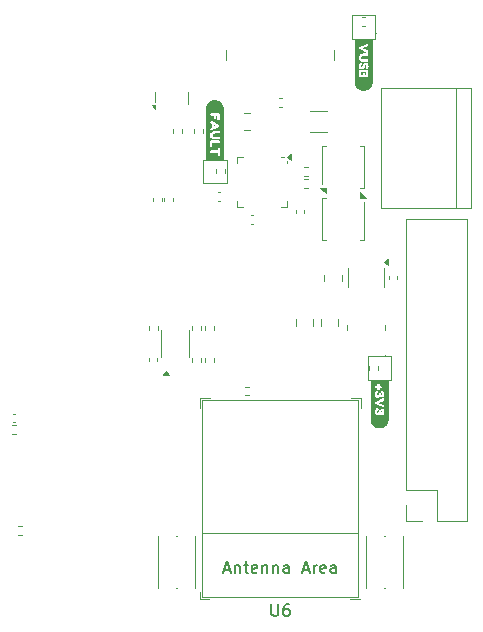
<source format=gbr>
%TF.GenerationSoftware,KiCad,Pcbnew,8.0.6*%
%TF.CreationDate,2024-11-24T22:42:30+01:00*%
%TF.ProjectId,ecad,65636164-2e6b-4696-9361-645f70636258,rev?*%
%TF.SameCoordinates,Original*%
%TF.FileFunction,Legend,Top*%
%TF.FilePolarity,Positive*%
%FSLAX46Y46*%
G04 Gerber Fmt 4.6, Leading zero omitted, Abs format (unit mm)*
G04 Created by KiCad (PCBNEW 8.0.6) date 2024-11-24 22:42:30*
%MOMM*%
%LPD*%
G01*
G04 APERTURE LIST*
%ADD10C,0.100000*%
%ADD11C,0.150000*%
%ADD12C,0.000000*%
%ADD13C,0.120000*%
G04 APERTURE END LIST*
D10*
X112000000Y-176125000D02*
X113900000Y-176125000D01*
X113900000Y-178125000D01*
X112000000Y-178125000D01*
X112000000Y-176125000D01*
X98000000Y-159525000D02*
X100000000Y-159525000D01*
X100000000Y-161425000D01*
X98000000Y-161425000D01*
X98000000Y-159525000D01*
X110650000Y-147275000D02*
X112550000Y-147275000D01*
X112550000Y-149275000D01*
X110650000Y-149275000D01*
X110650000Y-147275000D01*
D11*
X103788095Y-197129819D02*
X103788095Y-197939342D01*
X103788095Y-197939342D02*
X103835714Y-198034580D01*
X103835714Y-198034580D02*
X103883333Y-198082200D01*
X103883333Y-198082200D02*
X103978571Y-198129819D01*
X103978571Y-198129819D02*
X104169047Y-198129819D01*
X104169047Y-198129819D02*
X104264285Y-198082200D01*
X104264285Y-198082200D02*
X104311904Y-198034580D01*
X104311904Y-198034580D02*
X104359523Y-197939342D01*
X104359523Y-197939342D02*
X104359523Y-197129819D01*
X105264285Y-197129819D02*
X105073809Y-197129819D01*
X105073809Y-197129819D02*
X104978571Y-197177438D01*
X104978571Y-197177438D02*
X104930952Y-197225057D01*
X104930952Y-197225057D02*
X104835714Y-197367914D01*
X104835714Y-197367914D02*
X104788095Y-197558390D01*
X104788095Y-197558390D02*
X104788095Y-197939342D01*
X104788095Y-197939342D02*
X104835714Y-198034580D01*
X104835714Y-198034580D02*
X104883333Y-198082200D01*
X104883333Y-198082200D02*
X104978571Y-198129819D01*
X104978571Y-198129819D02*
X105169047Y-198129819D01*
X105169047Y-198129819D02*
X105264285Y-198082200D01*
X105264285Y-198082200D02*
X105311904Y-198034580D01*
X105311904Y-198034580D02*
X105359523Y-197939342D01*
X105359523Y-197939342D02*
X105359523Y-197701247D01*
X105359523Y-197701247D02*
X105311904Y-197606009D01*
X105311904Y-197606009D02*
X105264285Y-197558390D01*
X105264285Y-197558390D02*
X105169047Y-197510771D01*
X105169047Y-197510771D02*
X104978571Y-197510771D01*
X104978571Y-197510771D02*
X104883333Y-197558390D01*
X104883333Y-197558390D02*
X104835714Y-197606009D01*
X104835714Y-197606009D02*
X104788095Y-197701247D01*
X99788094Y-194194104D02*
X100264284Y-194194104D01*
X99692856Y-194479819D02*
X100026189Y-193479819D01*
X100026189Y-193479819D02*
X100359522Y-194479819D01*
X100692856Y-193813152D02*
X100692856Y-194479819D01*
X100692856Y-193908390D02*
X100740475Y-193860771D01*
X100740475Y-193860771D02*
X100835713Y-193813152D01*
X100835713Y-193813152D02*
X100978570Y-193813152D01*
X100978570Y-193813152D02*
X101073808Y-193860771D01*
X101073808Y-193860771D02*
X101121427Y-193956009D01*
X101121427Y-193956009D02*
X101121427Y-194479819D01*
X101454761Y-193813152D02*
X101835713Y-193813152D01*
X101597618Y-193479819D02*
X101597618Y-194336961D01*
X101597618Y-194336961D02*
X101645237Y-194432200D01*
X101645237Y-194432200D02*
X101740475Y-194479819D01*
X101740475Y-194479819D02*
X101835713Y-194479819D01*
X102549999Y-194432200D02*
X102454761Y-194479819D01*
X102454761Y-194479819D02*
X102264285Y-194479819D01*
X102264285Y-194479819D02*
X102169047Y-194432200D01*
X102169047Y-194432200D02*
X102121428Y-194336961D01*
X102121428Y-194336961D02*
X102121428Y-193956009D01*
X102121428Y-193956009D02*
X102169047Y-193860771D01*
X102169047Y-193860771D02*
X102264285Y-193813152D01*
X102264285Y-193813152D02*
X102454761Y-193813152D01*
X102454761Y-193813152D02*
X102549999Y-193860771D01*
X102549999Y-193860771D02*
X102597618Y-193956009D01*
X102597618Y-193956009D02*
X102597618Y-194051247D01*
X102597618Y-194051247D02*
X102121428Y-194146485D01*
X103026190Y-193813152D02*
X103026190Y-194479819D01*
X103026190Y-193908390D02*
X103073809Y-193860771D01*
X103073809Y-193860771D02*
X103169047Y-193813152D01*
X103169047Y-193813152D02*
X103311904Y-193813152D01*
X103311904Y-193813152D02*
X103407142Y-193860771D01*
X103407142Y-193860771D02*
X103454761Y-193956009D01*
X103454761Y-193956009D02*
X103454761Y-194479819D01*
X103930952Y-193813152D02*
X103930952Y-194479819D01*
X103930952Y-193908390D02*
X103978571Y-193860771D01*
X103978571Y-193860771D02*
X104073809Y-193813152D01*
X104073809Y-193813152D02*
X104216666Y-193813152D01*
X104216666Y-193813152D02*
X104311904Y-193860771D01*
X104311904Y-193860771D02*
X104359523Y-193956009D01*
X104359523Y-193956009D02*
X104359523Y-194479819D01*
X105264285Y-194479819D02*
X105264285Y-193956009D01*
X105264285Y-193956009D02*
X105216666Y-193860771D01*
X105216666Y-193860771D02*
X105121428Y-193813152D01*
X105121428Y-193813152D02*
X104930952Y-193813152D01*
X104930952Y-193813152D02*
X104835714Y-193860771D01*
X105264285Y-194432200D02*
X105169047Y-194479819D01*
X105169047Y-194479819D02*
X104930952Y-194479819D01*
X104930952Y-194479819D02*
X104835714Y-194432200D01*
X104835714Y-194432200D02*
X104788095Y-194336961D01*
X104788095Y-194336961D02*
X104788095Y-194241723D01*
X104788095Y-194241723D02*
X104835714Y-194146485D01*
X104835714Y-194146485D02*
X104930952Y-194098866D01*
X104930952Y-194098866D02*
X105169047Y-194098866D01*
X105169047Y-194098866D02*
X105264285Y-194051247D01*
X106454762Y-194194104D02*
X106930952Y-194194104D01*
X106359524Y-194479819D02*
X106692857Y-193479819D01*
X106692857Y-193479819D02*
X107026190Y-194479819D01*
X107359524Y-194479819D02*
X107359524Y-193813152D01*
X107359524Y-194003628D02*
X107407143Y-193908390D01*
X107407143Y-193908390D02*
X107454762Y-193860771D01*
X107454762Y-193860771D02*
X107550000Y-193813152D01*
X107550000Y-193813152D02*
X107645238Y-193813152D01*
X108359524Y-194432200D02*
X108264286Y-194479819D01*
X108264286Y-194479819D02*
X108073810Y-194479819D01*
X108073810Y-194479819D02*
X107978572Y-194432200D01*
X107978572Y-194432200D02*
X107930953Y-194336961D01*
X107930953Y-194336961D02*
X107930953Y-193956009D01*
X107930953Y-193956009D02*
X107978572Y-193860771D01*
X107978572Y-193860771D02*
X108073810Y-193813152D01*
X108073810Y-193813152D02*
X108264286Y-193813152D01*
X108264286Y-193813152D02*
X108359524Y-193860771D01*
X108359524Y-193860771D02*
X108407143Y-193956009D01*
X108407143Y-193956009D02*
X108407143Y-194051247D01*
X108407143Y-194051247D02*
X107930953Y-194146485D01*
X109264286Y-194479819D02*
X109264286Y-193956009D01*
X109264286Y-193956009D02*
X109216667Y-193860771D01*
X109216667Y-193860771D02*
X109121429Y-193813152D01*
X109121429Y-193813152D02*
X108930953Y-193813152D01*
X108930953Y-193813152D02*
X108835715Y-193860771D01*
X109264286Y-194432200D02*
X109169048Y-194479819D01*
X109169048Y-194479819D02*
X108930953Y-194479819D01*
X108930953Y-194479819D02*
X108835715Y-194432200D01*
X108835715Y-194432200D02*
X108788096Y-194336961D01*
X108788096Y-194336961D02*
X108788096Y-194241723D01*
X108788096Y-194241723D02*
X108835715Y-194146485D01*
X108835715Y-194146485D02*
X108930953Y-194098866D01*
X108930953Y-194098866D02*
X109169048Y-194098866D01*
X109169048Y-194098866D02*
X109264286Y-194051247D01*
D12*
%TO.C,kibuzzard-67439BF2*%
G36*
X113718336Y-178463221D02*
G01*
X113718336Y-181118443D01*
X113718336Y-181471328D01*
X113714636Y-181546638D01*
X113703572Y-181621223D01*
X113685251Y-181694364D01*
X113659850Y-181765357D01*
X113627612Y-181833519D01*
X113588848Y-181898193D01*
X113543932Y-181958755D01*
X113493295Y-182014623D01*
X113437427Y-182065260D01*
X113376864Y-182110176D01*
X113312191Y-182148940D01*
X113244029Y-182181178D01*
X113173036Y-182206580D01*
X113099895Y-182224900D01*
X113025310Y-182235964D01*
X112950000Y-182239664D01*
X112874690Y-182235964D01*
X112800105Y-182224900D01*
X112726964Y-182206580D01*
X112655971Y-182181178D01*
X112587809Y-182148940D01*
X112523136Y-182110176D01*
X112462573Y-182065260D01*
X112406705Y-182014623D01*
X112356068Y-181958755D01*
X112311152Y-181898193D01*
X112272388Y-181833519D01*
X112240150Y-181765357D01*
X112214749Y-181694364D01*
X112196428Y-181621223D01*
X112185364Y-181546638D01*
X112181664Y-181471328D01*
X112181664Y-181118443D01*
X112181664Y-180809430D01*
X112534549Y-180809430D01*
X112543133Y-180893550D01*
X112568884Y-180967370D01*
X112611803Y-181030889D01*
X112667819Y-181079530D01*
X112732864Y-181108715D01*
X112806938Y-181118443D01*
X112861874Y-181110718D01*
X112907654Y-181087542D01*
X112969456Y-181023450D01*
X113026395Y-181082678D01*
X113110229Y-181102420D01*
X113171650Y-181093582D01*
X113229256Y-181067068D01*
X113283047Y-181022878D01*
X113326284Y-180963809D01*
X113352225Y-180892660D01*
X113360873Y-180809430D01*
X113355722Y-180745911D01*
X113341989Y-180693264D01*
X113321960Y-180650918D01*
X113298498Y-180617155D01*
X113273891Y-180591977D01*
X113251001Y-180573665D01*
X113232117Y-180562220D01*
X113219528Y-180555925D01*
X113215522Y-180554208D01*
X113136552Y-180537613D01*
X113073605Y-180594266D01*
X113053131Y-180655560D01*
X113066484Y-180703628D01*
X113113662Y-180738472D01*
X113147997Y-180771662D01*
X113159442Y-180820875D01*
X113145136Y-180872949D01*
X113105651Y-180891834D01*
X113076466Y-180875238D01*
X113069027Y-180822020D01*
X113069027Y-180814008D01*
X113067310Y-180777384D01*
X113057582Y-180748200D01*
X113027825Y-180724165D01*
X112970601Y-180716726D01*
X112920243Y-180723593D01*
X112890486Y-180737327D01*
X112876180Y-180763078D01*
X112871030Y-180789402D01*
X112871030Y-180820875D01*
X112854435Y-180886970D01*
X112804649Y-180909001D01*
X112757153Y-180882105D01*
X112739413Y-180810575D01*
X112745708Y-180769945D01*
X112759442Y-180742477D01*
X112776609Y-180725310D01*
X112790343Y-180716726D01*
X112796638Y-180714437D01*
X112850429Y-180681247D01*
X112863019Y-180618300D01*
X112844993Y-180532463D01*
X112790916Y-180503851D01*
X112725743Y-180514024D01*
X112666039Y-180544544D01*
X112611803Y-180595410D01*
X112568884Y-180659883D01*
X112543133Y-180731223D01*
X112534549Y-180809430D01*
X112181664Y-180809430D01*
X112181664Y-180073522D01*
X112549428Y-180073522D01*
X112564878Y-180132463D01*
X112606652Y-180171948D01*
X113202933Y-180443193D01*
X113281903Y-180456354D01*
X113336838Y-180390546D01*
X113353433Y-180305854D01*
X113288770Y-180252062D01*
X112843562Y-180071233D01*
X113288770Y-179890403D01*
X113354006Y-179837756D01*
X113336838Y-179751919D01*
X113282475Y-179687828D01*
X113202933Y-179699273D01*
X112606652Y-179970517D01*
X112563734Y-180009430D01*
X112549428Y-180073522D01*
X112181664Y-180073522D01*
X112181664Y-179329602D01*
X112534549Y-179329602D01*
X112543133Y-179413722D01*
X112568884Y-179487542D01*
X112611803Y-179551061D01*
X112667819Y-179599702D01*
X112732864Y-179628887D01*
X112806938Y-179638615D01*
X112861874Y-179630889D01*
X112907654Y-179607713D01*
X112969456Y-179543622D01*
X113026395Y-179602849D01*
X113110229Y-179622592D01*
X113171650Y-179613754D01*
X113229256Y-179587240D01*
X113283047Y-179543050D01*
X113326284Y-179483981D01*
X113352225Y-179412832D01*
X113360873Y-179329602D01*
X113355722Y-179266083D01*
X113341989Y-179213436D01*
X113321960Y-179171090D01*
X113298498Y-179137327D01*
X113273891Y-179112148D01*
X113251001Y-179093836D01*
X113232117Y-179082392D01*
X113219528Y-179076097D01*
X113215522Y-179074380D01*
X113136552Y-179057785D01*
X113073605Y-179114437D01*
X113053131Y-179175731D01*
X113066484Y-179223800D01*
X113113662Y-179258643D01*
X113147997Y-179291834D01*
X113159442Y-179341047D01*
X113145136Y-179393121D01*
X113105651Y-179412005D01*
X113076466Y-179395410D01*
X113069027Y-179342191D01*
X113069027Y-179334180D01*
X113067310Y-179297556D01*
X113057582Y-179268372D01*
X113027825Y-179244337D01*
X112970601Y-179236898D01*
X112920243Y-179243765D01*
X112890486Y-179257499D01*
X112876180Y-179283250D01*
X112871030Y-179309573D01*
X112871030Y-179341047D01*
X112854435Y-179407141D01*
X112804649Y-179429173D01*
X112757153Y-179402277D01*
X112739413Y-179330746D01*
X112745708Y-179290117D01*
X112759442Y-179262649D01*
X112776609Y-179245482D01*
X112790343Y-179236898D01*
X112796638Y-179234609D01*
X112850429Y-179201419D01*
X112863019Y-179138472D01*
X112844993Y-179052635D01*
X112790916Y-179024022D01*
X112725743Y-179034196D01*
X112666039Y-179064715D01*
X112611803Y-179115582D01*
X112568884Y-179180055D01*
X112543133Y-179251395D01*
X112534549Y-179329602D01*
X112181664Y-179329602D01*
X112181664Y-178727599D01*
X112586052Y-178727599D01*
X112593491Y-178782535D01*
X112616953Y-178811147D01*
X112644993Y-178820875D01*
X112679900Y-178822592D01*
X112755436Y-178822592D01*
X112755436Y-178903851D01*
X112757153Y-178936469D01*
X112766881Y-178962792D01*
X112795494Y-178985110D01*
X112849285Y-178991977D01*
X112904793Y-178984537D01*
X112933977Y-178961075D01*
X112943705Y-178933035D01*
X112945422Y-178898128D01*
X112945422Y-178822592D01*
X113019814Y-178822592D01*
X113054721Y-178820875D01*
X113082761Y-178811147D01*
X113106223Y-178782535D01*
X113113662Y-178728743D01*
X113106795Y-178673808D01*
X113083906Y-178645196D01*
X113055866Y-178635467D01*
X113020959Y-178633751D01*
X112945422Y-178633751D01*
X112945422Y-178559359D01*
X112943705Y-178523879D01*
X112933977Y-178494695D01*
X112905365Y-178470660D01*
X112850429Y-178463221D01*
X112795494Y-178470088D01*
X112766881Y-178492406D01*
X112757153Y-178518729D01*
X112755436Y-178551347D01*
X112755436Y-178633751D01*
X112681044Y-178633751D01*
X112646137Y-178635467D01*
X112617525Y-178645196D01*
X112593491Y-178673808D01*
X112586052Y-178727599D01*
X112181664Y-178727599D01*
X112181664Y-178463221D01*
X112181664Y-178110336D01*
X113718336Y-178110336D01*
X113718336Y-178463221D01*
G37*
%TO.C,kibuzzard-673BD384*%
G36*
X111790558Y-152238472D02*
G01*
X111781402Y-152285968D01*
X111745923Y-152297985D01*
X111710443Y-152289974D01*
X111702432Y-152262506D01*
X111702432Y-152248772D01*
X111683548Y-152178958D01*
X111617740Y-152158357D01*
X111549642Y-152177814D01*
X111529614Y-152243050D01*
X111529614Y-152257928D01*
X111518741Y-152305997D01*
X111471245Y-152320875D01*
X111435193Y-152314580D01*
X111415737Y-152297413D01*
X111409442Y-152279673D01*
X111408298Y-152263650D01*
X111408298Y-152099988D01*
X111790558Y-152099988D01*
X111790558Y-152238472D01*
G37*
G36*
X112367763Y-149651919D02*
G01*
X112367763Y-152530317D01*
X112367763Y-152892740D01*
X112364066Y-152967994D01*
X112353011Y-153042523D01*
X112334704Y-153115610D01*
X112309321Y-153186550D01*
X112277107Y-153254661D01*
X112238372Y-153319286D01*
X112193489Y-153379804D01*
X112142891Y-153435630D01*
X112087064Y-153486229D01*
X112026547Y-153531112D01*
X111961921Y-153569847D01*
X111893810Y-153602061D01*
X111822870Y-153627443D01*
X111749783Y-153645751D01*
X111675254Y-153656806D01*
X111600000Y-153660503D01*
X111524746Y-153656806D01*
X111450217Y-153645751D01*
X111377130Y-153627443D01*
X111306190Y-153602061D01*
X111238079Y-153569847D01*
X111173453Y-153531112D01*
X111112936Y-153486229D01*
X111057109Y-153435630D01*
X111006511Y-153379804D01*
X110961628Y-153319286D01*
X110922893Y-153254661D01*
X110890679Y-153186550D01*
X110865296Y-153115610D01*
X110846989Y-153042523D01*
X110835934Y-152967994D01*
X110832237Y-152892740D01*
X110832237Y-152530317D01*
X110832237Y-152275095D01*
X111198856Y-152275095D01*
X111207248Y-152341285D01*
X111232427Y-152400990D01*
X111274392Y-152454208D01*
X111328437Y-152495982D01*
X111389859Y-152521352D01*
X111458655Y-152530317D01*
X111546495Y-152515153D01*
X111626896Y-152469659D01*
X111688126Y-152497985D01*
X111755079Y-152507427D01*
X111818471Y-152499543D01*
X111875886Y-152475890D01*
X111927325Y-152436469D01*
X111967700Y-152385730D01*
X111991925Y-152328124D01*
X112000000Y-152263650D01*
X112000000Y-151995839D01*
X111991989Y-151935181D01*
X111965665Y-151903135D01*
X111934192Y-151892263D01*
X111895851Y-151890546D01*
X111305293Y-151890546D01*
X111265236Y-151892263D01*
X111233190Y-151903135D01*
X111206867Y-151935181D01*
X111198856Y-151994695D01*
X111198856Y-152275095D01*
X110832237Y-152275095D01*
X110832237Y-151994695D01*
X110832237Y-151546054D01*
X111186266Y-151546054D01*
X111194850Y-151622163D01*
X111224034Y-151700560D01*
X111274964Y-151770947D01*
X111352217Y-151820732D01*
X111401717Y-151835324D01*
X111456366Y-151840188D01*
X111541917Y-151829459D01*
X111604006Y-151797270D01*
X111647496Y-151747055D01*
X111677253Y-151682248D01*
X111694993Y-151609001D01*
X111709299Y-151539187D01*
X111729328Y-151493979D01*
X111766524Y-151473951D01*
X111801431Y-151492263D01*
X111815737Y-151534609D01*
X111811731Y-151572377D01*
X111803147Y-151594695D01*
X111789986Y-151610718D01*
X111779113Y-151623879D01*
X111757940Y-151700560D01*
X111813448Y-151768085D01*
X111883834Y-151795553D01*
X111942775Y-151754351D01*
X111980925Y-151694965D01*
X112003815Y-151622099D01*
X112011445Y-151535753D01*
X112003751Y-151462379D01*
X111980671Y-151397906D01*
X111942203Y-151342334D01*
X111892036Y-151299734D01*
X111833858Y-151274173D01*
X111767668Y-151265653D01*
X111693276Y-151274809D01*
X111631474Y-151302277D01*
X111582260Y-151348057D01*
X111545637Y-151412148D01*
X111530043Y-151455496D01*
X111515308Y-151510002D01*
X111488412Y-151599845D01*
X111452933Y-151629602D01*
X111399714Y-151609001D01*
X111383119Y-151541476D01*
X111393991Y-151496268D01*
X111435765Y-151449917D01*
X111477476Y-151398287D01*
X111485106Y-151348693D01*
X111458655Y-151301133D01*
X111385408Y-151253064D01*
X111311016Y-151281676D01*
X111303004Y-151288543D01*
X111286981Y-151301133D01*
X111266953Y-151321161D01*
X111244635Y-151348629D01*
X111222890Y-151384108D01*
X111204006Y-151428171D01*
X111191416Y-151481962D01*
X111186266Y-151546054D01*
X110832237Y-151546054D01*
X110832237Y-150847914D01*
X111185122Y-150847914D01*
X111193705Y-150927885D01*
X111219456Y-151000703D01*
X111259371Y-151063507D01*
X111310443Y-151113436D01*
X111369814Y-151151919D01*
X111434621Y-151180389D01*
X111502718Y-151197985D01*
X111571960Y-151203851D01*
X111893562Y-151203851D01*
X111933047Y-151202134D01*
X111965093Y-151191261D01*
X111991989Y-151159216D01*
X112000000Y-151099702D01*
X111991989Y-151040188D01*
X111967382Y-151008143D01*
X111937625Y-150996698D01*
X111900429Y-150994409D01*
X111575393Y-150994409D01*
X111502146Y-150984680D01*
X111444921Y-150955496D01*
X111408011Y-150910002D01*
X111395708Y-150851347D01*
X111403290Y-150802420D01*
X111426037Y-150763221D01*
X111493562Y-150717442D01*
X111574249Y-150705997D01*
X111893562Y-150705997D01*
X111934192Y-150703708D01*
X111966237Y-150692263D01*
X111991989Y-150660789D01*
X112000000Y-150600703D01*
X111991989Y-150540045D01*
X111965665Y-150508000D01*
X111934192Y-150497127D01*
X111894707Y-150495410D01*
X111574249Y-150495410D01*
X111505007Y-150501133D01*
X111436910Y-150518300D01*
X111371960Y-150546197D01*
X111312160Y-150584108D01*
X111260515Y-150633464D01*
X111220029Y-150695696D01*
X111193848Y-150768085D01*
X111185122Y-150847914D01*
X110832237Y-150847914D01*
X110832237Y-150049058D01*
X111198856Y-150049058D01*
X111214306Y-150108000D01*
X111256080Y-150147485D01*
X111852361Y-150418729D01*
X111931330Y-150431891D01*
X111986266Y-150366082D01*
X112002861Y-150281390D01*
X111938197Y-150227599D01*
X111492990Y-150046769D01*
X111938197Y-149865939D01*
X112003433Y-149813293D01*
X111986266Y-149727456D01*
X111931903Y-149663364D01*
X111852361Y-149674809D01*
X111256080Y-149946054D01*
X111213162Y-149984967D01*
X111198856Y-150049058D01*
X110832237Y-150049058D01*
X110832237Y-149651919D01*
X110832237Y-149289497D01*
X112367763Y-149289497D01*
X112367763Y-149651919D01*
G37*
%TO.C,kibuzzard-673BD329*%
G36*
X99074805Y-154429223D02*
G01*
X99148890Y-154440213D01*
X99221541Y-154458411D01*
X99292058Y-154483642D01*
X99359763Y-154515664D01*
X99424003Y-154554168D01*
X99484160Y-154598784D01*
X99539654Y-154649080D01*
X99589950Y-154704574D01*
X99634566Y-154764731D01*
X99673070Y-154828971D01*
X99705091Y-154896675D01*
X99730323Y-154967193D01*
X99748521Y-155039844D01*
X99759511Y-155113929D01*
X99763186Y-155188734D01*
X99763186Y-155551156D01*
X99763186Y-159162029D01*
X99763186Y-159524452D01*
X98236814Y-159524452D01*
X98236814Y-159162029D01*
X98236814Y-158811814D01*
X98608011Y-158811814D01*
X98616023Y-158871328D01*
X98641202Y-158903374D01*
X98671531Y-158914247D01*
X98709871Y-158915963D01*
X99234049Y-158915963D01*
X99234049Y-159073903D01*
X99235765Y-159106521D01*
X99244921Y-159132845D01*
X99271817Y-159155162D01*
X99322175Y-159162029D01*
X99372532Y-159155162D01*
X99399428Y-159133417D01*
X99408584Y-159107666D01*
X99410300Y-159075048D01*
X99410300Y-158552015D01*
X99408584Y-158519397D01*
X99399428Y-158493073D01*
X99373104Y-158470756D01*
X99323319Y-158463889D01*
X99271817Y-158470756D01*
X99244921Y-158492501D01*
X99235765Y-158518252D01*
X99234049Y-158550870D01*
X99234049Y-158709955D01*
X98711016Y-158709955D01*
X98672675Y-158711671D01*
X98641774Y-158721972D01*
X98616023Y-158752873D01*
X98608011Y-158811814D01*
X98236814Y-158811814D01*
X98236814Y-158340284D01*
X98608011Y-158340284D01*
X98609728Y-158372902D01*
X98619456Y-158400370D01*
X98646924Y-158422687D01*
X98697282Y-158429554D01*
X98748784Y-158422687D01*
X98775680Y-158400370D01*
X98784835Y-158374046D01*
X98786552Y-158341428D01*
X98786552Y-158062172D01*
X99303863Y-158062172D01*
X99343348Y-158060455D01*
X99374821Y-158049583D01*
X99401144Y-158017537D01*
X99409156Y-157958023D01*
X99401144Y-157897365D01*
X99374821Y-157865319D01*
X99343348Y-157854447D01*
X99305007Y-157852730D01*
X98713305Y-157852730D01*
X98673820Y-157854447D01*
X98642346Y-157865319D01*
X98616023Y-157897365D01*
X98608011Y-157956879D01*
X98608011Y-158340284D01*
X98236814Y-158340284D01*
X98236814Y-157956879D01*
X98236814Y-157407523D01*
X98595422Y-157407523D01*
X98604006Y-157487494D01*
X98629757Y-157560312D01*
X98669671Y-157623116D01*
X98720744Y-157673045D01*
X98780114Y-157711528D01*
X98844921Y-157739998D01*
X98913019Y-157757594D01*
X98982260Y-157763460D01*
X99303863Y-157763460D01*
X99343348Y-157761743D01*
X99375393Y-157750870D01*
X99402289Y-157718825D01*
X99410300Y-157659311D01*
X99402289Y-157599797D01*
X99377682Y-157567752D01*
X99347926Y-157556307D01*
X99310730Y-157554018D01*
X98985694Y-157554018D01*
X98912446Y-157544289D01*
X98855222Y-157515105D01*
X98818312Y-157469611D01*
X98806009Y-157410956D01*
X98813591Y-157362029D01*
X98836338Y-157322830D01*
X98903863Y-157277051D01*
X98984549Y-157265606D01*
X99303863Y-157265606D01*
X99344492Y-157263317D01*
X99376538Y-157251872D01*
X99402289Y-157220398D01*
X99410300Y-157160312D01*
X99402289Y-157099654D01*
X99375966Y-157067608D01*
X99344492Y-157056736D01*
X99305007Y-157055019D01*
X98984549Y-157055019D01*
X98915308Y-157060742D01*
X98847210Y-157077909D01*
X98782260Y-157105806D01*
X98722461Y-157143717D01*
X98670815Y-157193073D01*
X98630329Y-157255305D01*
X98604149Y-157327694D01*
X98595422Y-157407523D01*
X98236814Y-157407523D01*
X98236814Y-156866178D01*
X98599428Y-156866178D01*
X98616023Y-156950870D01*
X98672103Y-157014390D01*
X98753362Y-156998939D01*
X99347353Y-156711671D01*
X99393705Y-156672473D01*
X99409156Y-156616679D01*
X99392561Y-156560598D01*
X99348498Y-156520541D01*
X98753362Y-156233274D01*
X98672675Y-156218395D01*
X98617167Y-156282487D01*
X98600572Y-156366035D01*
X98664092Y-156423259D01*
X98773963Y-156475906D01*
X98773963Y-156757451D01*
X98665236Y-156810098D01*
X98599428Y-156866178D01*
X98236814Y-156866178D01*
X98236814Y-155655305D01*
X98608011Y-155655305D01*
X98616023Y-155715963D01*
X98641774Y-155748009D01*
X98672675Y-155758882D01*
X98712160Y-155760598D01*
X98919313Y-155760598D01*
X98919313Y-155970041D01*
X98921030Y-156007237D01*
X98930186Y-156035277D01*
X98956509Y-156057594D01*
X99006295Y-156063889D01*
X99058941Y-156057594D01*
X99086409Y-156035849D01*
X99096137Y-156008381D01*
X99097854Y-155971185D01*
X99097854Y-155760598D01*
X99199714Y-155760598D01*
X99199714Y-156075334D01*
X99201431Y-156114819D01*
X99212303Y-156146292D01*
X99243777Y-156172616D01*
X99303863Y-156180627D01*
X99364521Y-156172616D01*
X99396567Y-156146865D01*
X99407439Y-156115963D01*
X99409156Y-156077623D01*
X99409156Y-155658739D01*
X99386838Y-155574618D01*
X99305007Y-155551156D01*
X98713305Y-155551156D01*
X98673820Y-155552873D01*
X98642346Y-155563746D01*
X98616023Y-155595792D01*
X98608011Y-155655305D01*
X98236814Y-155655305D01*
X98236814Y-155551156D01*
X98236814Y-155188734D01*
X98240489Y-155113929D01*
X98251479Y-155039844D01*
X98269677Y-154967193D01*
X98294909Y-154896675D01*
X98326930Y-154828971D01*
X98365434Y-154764731D01*
X98410050Y-154704574D01*
X98460346Y-154649080D01*
X98515840Y-154598784D01*
X98575997Y-154554168D01*
X98640237Y-154515664D01*
X98707942Y-154483642D01*
X98778459Y-154458411D01*
X98851110Y-154440213D01*
X98925195Y-154429223D01*
X99000000Y-154425548D01*
X99074805Y-154429223D01*
G37*
G36*
X99063519Y-156615534D02*
G01*
X98952504Y-156669325D01*
X98952504Y-156561743D01*
X99063519Y-156615534D01*
G37*
D13*
%TO.C,J1*%
X109130000Y-151025000D02*
X109130000Y-150170000D01*
X99970000Y-151025000D02*
X99970000Y-150170000D01*
%TO.C,U2*%
X104635000Y-159265000D02*
X104870000Y-159265000D01*
X100890000Y-159265000D02*
X101365000Y-159265000D01*
X105110000Y-159740000D02*
X105110000Y-159565000D01*
X100890000Y-159740000D02*
X100890000Y-159265000D01*
X105110000Y-163010000D02*
X105110000Y-163485000D01*
X100890000Y-163010000D02*
X100890000Y-163485000D01*
X105110000Y-163485000D02*
X104635000Y-163485000D01*
X100890000Y-163485000D02*
X101365000Y-163485000D01*
X105440000Y-159505000D02*
X105110000Y-159265000D01*
X105440000Y-159025000D01*
X105440000Y-159505000D01*
G36*
X105440000Y-159505000D02*
G01*
X105110000Y-159265000D01*
X105440000Y-159025000D01*
X105440000Y-159505000D01*
G37*
%TO.C,R18*%
X101586359Y-178695000D02*
X101893641Y-178695000D01*
X101586359Y-179455000D02*
X101893641Y-179455000D01*
%TO.C,J3*%
X113090000Y-153395000D02*
X113090000Y-163555000D01*
X113090000Y-163555000D02*
X120710000Y-163555000D01*
X119440000Y-153395000D02*
X119440000Y-163555000D01*
X120710000Y-153395000D02*
X113090000Y-153395000D01*
X120710000Y-163555000D02*
X120710000Y-153395000D01*
D10*
%TO.C,D1*%
X112740000Y-148775000D02*
G75*
G02*
X112640000Y-148775000I-50000J0D01*
G01*
X112640000Y-148775000D02*
G75*
G02*
X112740000Y-148775000I50000J0D01*
G01*
D13*
%TO.C,C1*%
X101961252Y-155540000D02*
X101438748Y-155540000D01*
X101961252Y-157010000D02*
X101438748Y-157010000D01*
%TO.C,R8*%
X99122500Y-160628641D02*
X99122500Y-160321359D01*
X99882500Y-160628641D02*
X99882500Y-160321359D01*
%TO.C,C9*%
X109435000Y-173536252D02*
X109435000Y-173013748D01*
X107965000Y-173536252D02*
X107965000Y-173013748D01*
%TO.C,R11*%
X98145000Y-173571359D02*
X98145000Y-173878641D01*
X98905000Y-173571359D02*
X98905000Y-173878641D01*
%TO.C,R4*%
X96180000Y-156921359D02*
X96180000Y-157228641D01*
X95420000Y-156921359D02*
X95420000Y-157228641D01*
%TO.C,NTC1*%
X104703641Y-154295000D02*
X104396359Y-154295000D01*
X104703641Y-155055000D02*
X104396359Y-155055000D01*
%TO.C,C4*%
X108265000Y-169213748D02*
X108265000Y-169736252D01*
X109735000Y-169213748D02*
X109735000Y-169736252D01*
%TO.C,R9*%
X106853641Y-161095000D02*
X106546359Y-161095000D01*
X106853641Y-161855000D02*
X106546359Y-161855000D01*
%TO.C,R15*%
X112070000Y-176971359D02*
X112070000Y-177278641D01*
X112830000Y-176971359D02*
X112830000Y-177278641D01*
%TO.C,C2*%
X99457836Y-162985000D02*
X99242164Y-162985000D01*
X99457836Y-162265000D02*
X99242164Y-162265000D01*
%TO.C,Q2*%
X108080000Y-158335000D02*
X108080000Y-161545000D01*
X108080000Y-158335000D02*
X108450000Y-158335000D01*
X111620000Y-158335000D02*
X111250000Y-158335000D01*
X111620000Y-161875000D02*
X111250000Y-161875000D01*
X111620000Y-161875000D02*
X111620000Y-158335000D01*
X108400000Y-162345000D02*
X107920000Y-161865000D01*
X108400000Y-161865000D01*
X108400000Y-162345000D01*
G36*
X108400000Y-162345000D02*
G01*
X107920000Y-161865000D01*
X108400000Y-161865000D01*
X108400000Y-162345000D01*
G37*
%TO.C,R1*%
X95480000Y-162721359D02*
X95480000Y-163028641D01*
X94720000Y-162721359D02*
X94720000Y-163028641D01*
D10*
%TO.C,D2*%
X98552500Y-159385000D02*
G75*
G02*
X98452500Y-159385000I-50000J0D01*
G01*
X98452500Y-159385000D02*
G75*
G02*
X98552500Y-159385000I50000J0D01*
G01*
D13*
%TO.C,U1*%
X93940000Y-153775000D02*
X93940000Y-154565000D01*
X96760000Y-153775000D02*
X96760000Y-154775000D01*
X93940000Y-155175000D02*
X93660000Y-154895000D01*
X93940000Y-154895000D01*
X93940000Y-155175000D01*
G36*
X93940000Y-155175000D02*
G01*
X93660000Y-154895000D01*
X93940000Y-154895000D01*
X93940000Y-155175000D01*
G37*
%TO.C,C5*%
X105840000Y-163767164D02*
X105840000Y-163982836D01*
X106560000Y-163767164D02*
X106560000Y-163982836D01*
%TO.C,R17*%
X82346359Y-190495000D02*
X82653641Y-190495000D01*
X82346359Y-191255000D02*
X82653641Y-191255000D01*
%TO.C,R3*%
X111446359Y-148155000D02*
X111753641Y-148155000D01*
X111446359Y-147395000D02*
X111753641Y-147395000D01*
%TO.C,C8*%
X113740000Y-169582836D02*
X113740000Y-169367164D01*
X114460000Y-169582836D02*
X114460000Y-169367164D01*
%TO.C,C3*%
X102257836Y-164935000D02*
X102042164Y-164935000D01*
X102257836Y-164215000D02*
X102042164Y-164215000D01*
D10*
%TO.C,D3*%
X113500000Y-176035000D02*
G75*
G02*
X113400000Y-176035000I-50000J0D01*
G01*
X113400000Y-176035000D02*
G75*
G02*
X113500000Y-176035000I50000J0D01*
G01*
D13*
%TO.C,R13*%
X98145000Y-176578641D02*
X98145000Y-176271359D01*
X98905000Y-176578641D02*
X98905000Y-176271359D01*
%TO.C,Q1*%
X108080000Y-162725000D02*
X108080000Y-166265000D01*
X108080000Y-162725000D02*
X108450000Y-162725000D01*
X108080000Y-166265000D02*
X108450000Y-166265000D01*
X111620000Y-166265000D02*
X111250000Y-166265000D01*
X111620000Y-166265000D02*
X111620000Y-163055000D01*
X111780000Y-162735000D02*
X111300000Y-162735000D01*
X111300000Y-162255000D01*
X111780000Y-162735000D01*
G36*
X111780000Y-162735000D02*
G01*
X111300000Y-162735000D01*
X111300000Y-162255000D01*
X111780000Y-162735000D01*
G37*
%TO.C,U6*%
X111350000Y-180475000D02*
X111350000Y-179675000D01*
X111350000Y-179675000D02*
X110550000Y-179675000D01*
X111150000Y-196475000D02*
X97950000Y-196475000D01*
X111150000Y-191075000D02*
X97950000Y-191075000D01*
X111150000Y-179875000D02*
X111150000Y-196475000D01*
X110475000Y-196675000D02*
X111325000Y-196675000D01*
X98500000Y-196675000D02*
X97750000Y-196675000D01*
X97950000Y-196475000D02*
X97950000Y-179875000D01*
X97950000Y-179875000D02*
X111150000Y-179875000D01*
X97750000Y-196675000D02*
X97750000Y-196075000D01*
X97750000Y-180475000D02*
X97750000Y-179675000D01*
X97750000Y-179675000D02*
X98550000Y-179675000D01*
%TO.C,C6*%
X93415000Y-176317164D02*
X93415000Y-176532836D01*
X94135000Y-176317164D02*
X94135000Y-176532836D01*
%TO.C,U3*%
X110240000Y-169475000D02*
X110240000Y-170275000D01*
X110240000Y-169475000D02*
X110240000Y-168675000D01*
X113360000Y-169475000D02*
X113360000Y-170275000D01*
X113360000Y-169475000D02*
X113360000Y-168675000D01*
X113640000Y-168415000D02*
X113310000Y-168175000D01*
X113640000Y-167935000D01*
X113640000Y-168415000D01*
G36*
X113640000Y-168415000D02*
G01*
X113310000Y-168175000D01*
X113640000Y-167935000D01*
X113640000Y-168415000D01*
G37*
%TO.C,C10*%
X81892164Y-181015000D02*
X82107836Y-181015000D01*
X81892164Y-181735000D02*
X82107836Y-181735000D01*
%TO.C,R6*%
X107072936Y-157185000D02*
X108527064Y-157185000D01*
X107072936Y-155365000D02*
X108527064Y-155365000D01*
%TO.C,R5*%
X97220000Y-156921359D02*
X97220000Y-157228641D01*
X97980000Y-156921359D02*
X97980000Y-157228641D01*
%TO.C,L1*%
X110200000Y-173475000D02*
X110200000Y-173875000D01*
X113400000Y-173475000D02*
X113400000Y-173875000D01*
%TO.C,R7*%
X106853641Y-160095000D02*
X106546359Y-160095000D01*
X106853641Y-160855000D02*
X106546359Y-160855000D01*
%TO.C,U4*%
X94415000Y-175075000D02*
X94415000Y-173925000D01*
X94415000Y-175075000D02*
X94415000Y-176225000D01*
X96785000Y-175075000D02*
X96785000Y-173925000D01*
X96785000Y-175075000D02*
X96785000Y-176225000D01*
X95090000Y-177690000D02*
X94610000Y-177690000D01*
X94850000Y-177360000D01*
X95090000Y-177690000D01*
G36*
X95090000Y-177690000D02*
G01*
X94610000Y-177690000D01*
X94850000Y-177360000D01*
X95090000Y-177690000D01*
G37*
%TO.C,R14*%
X97095000Y-176578641D02*
X97095000Y-176271359D01*
X97855000Y-176578641D02*
X97855000Y-176271359D01*
%TO.C,R16*%
X81846359Y-181995000D02*
X82153641Y-181995000D01*
X81846359Y-182755000D02*
X82153641Y-182755000D01*
%TO.C,R10*%
X97095000Y-173571359D02*
X97095000Y-173878641D01*
X97855000Y-173571359D02*
X97855000Y-173878641D01*
%TO.C,SW2*%
X95800000Y-195725000D02*
X95700000Y-195725000D01*
X97300000Y-195725000D02*
X97300000Y-191325000D01*
X94200000Y-191325000D02*
X94200000Y-195725000D01*
X95800000Y-191325000D02*
X95700000Y-191325000D01*
%TO.C,SW1*%
X113400000Y-195775000D02*
X113300000Y-195775000D01*
X114900000Y-195775000D02*
X114900000Y-191375000D01*
X111800000Y-191375000D02*
X111800000Y-195775000D01*
X113400000Y-191375000D02*
X113300000Y-191375000D01*
%TO.C,J4*%
X115180000Y-187455000D02*
X115180000Y-164535000D01*
X115180000Y-190055000D02*
X115180000Y-188725000D01*
X116510000Y-190055000D02*
X115180000Y-190055000D01*
X117780000Y-187455000D02*
X115180000Y-187455000D01*
X117780000Y-190055000D02*
X117780000Y-187455000D01*
X120380000Y-164535000D02*
X115180000Y-164535000D01*
X120380000Y-190055000D02*
X117780000Y-190055000D01*
X120380000Y-190055000D02*
X120380000Y-164535000D01*
%TO.C,C7*%
X107335000Y-173536252D02*
X107335000Y-173013748D01*
X105865000Y-173536252D02*
X105865000Y-173013748D01*
%TO.C,R12*%
X93395000Y-173571359D02*
X93395000Y-173878641D01*
X94155000Y-173571359D02*
X94155000Y-173878641D01*
%TO.C,R2*%
X94490000Y-162721359D02*
X94490000Y-163028641D01*
X93730000Y-162721359D02*
X93730000Y-163028641D01*
%TD*%
M02*

</source>
